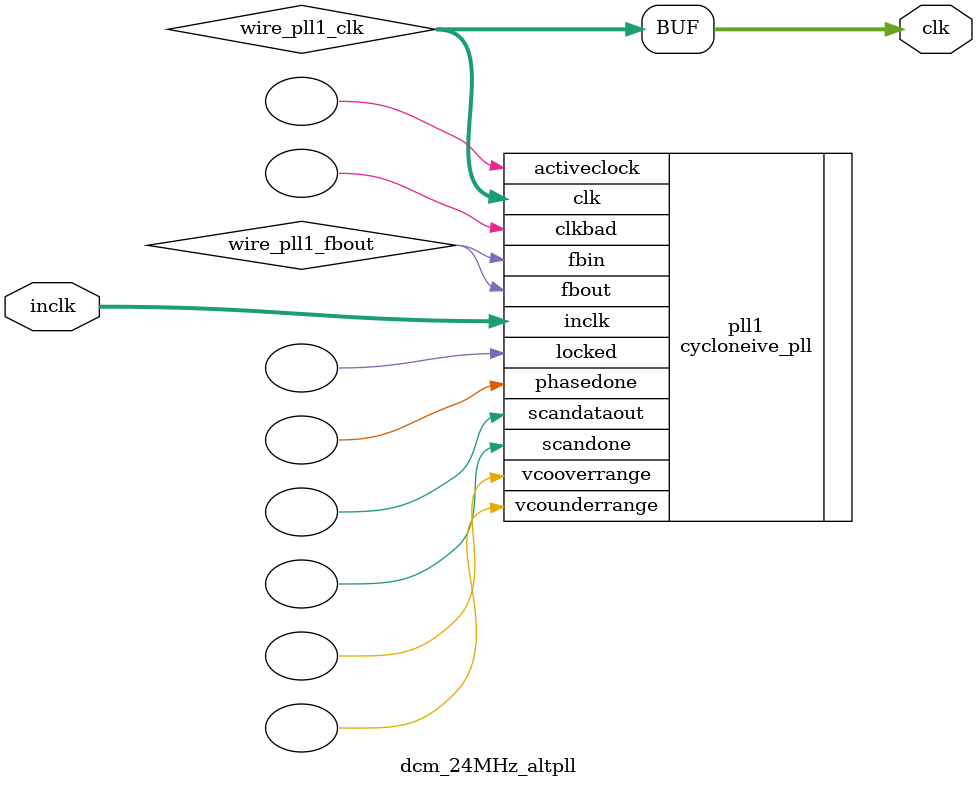
<source format=v>






//synthesis_resources = cycloneive_pll 1 
//synopsys translate_off
`timescale 1 ps / 1 ps
//synopsys translate_on
module  dcm_24MHz_altpll
	( 
	clk,
	inclk) /* synthesis synthesis_clearbox=1 */;
	output   [4:0]  clk;
	input   [1:0]  inclk;
`ifndef ALTERA_RESERVED_QIS
// synopsys translate_off
`endif
	tri0   [1:0]  inclk;
`ifndef ALTERA_RESERVED_QIS
// synopsys translate_on
`endif

	wire  [4:0]   wire_pll1_clk;
	wire  wire_pll1_fbout;

	cycloneive_pll   pll1
	( 
	.activeclock(),
	.clk(wire_pll1_clk),
	.clkbad(),
	.fbin(wire_pll1_fbout),
	.fbout(wire_pll1_fbout),
	.inclk(inclk),
	.locked(),
	.phasedone(),
	.scandataout(),
	.scandone(),
	.vcooverrange(),
	.vcounderrange()
	`ifndef FORMAL_VERIFICATION
	// synopsys translate_off
	`endif
	,
	.areset(1'b0),
	.clkswitch(1'b0),
	.configupdate(1'b0),
	.pfdena(1'b1),
	.phasecounterselect({3{1'b0}}),
	.phasestep(1'b0),
	.phaseupdown(1'b0),
	.scanclk(1'b0),
	.scanclkena(1'b1),
	.scandata(1'b0)
	`ifndef FORMAL_VERIFICATION
	// synopsys translate_on
	`endif
	);
	defparam
		pll1.bandwidth_type = "auto",
		pll1.clk0_divide_by = 25,
		pll1.clk0_duty_cycle = 50,
		pll1.clk0_multiply_by = 12,
		pll1.clk0_phase_shift = "0",
		pll1.compensate_clock = "clk0",
		pll1.inclk0_input_frequency = 20000,
		pll1.operation_mode = "normal",
		pll1.pll_type = "auto",
		pll1.lpm_type = "cycloneive_pll";
	assign
		clk = {wire_pll1_clk[4:0]};
endmodule //dcm_24MHz_altpll
//VALID FILE

</source>
